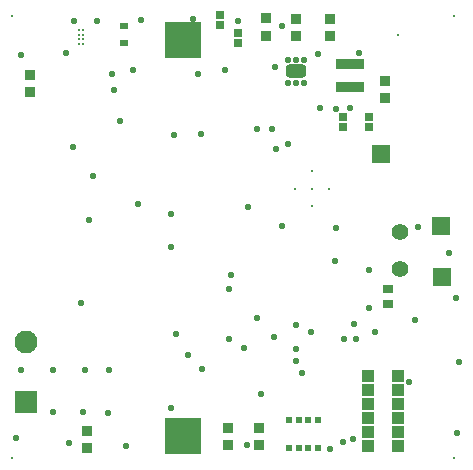
<source format=gbr>
%TF.GenerationSoftware,Altium Limited,Altium Designer,21.2.0 (30)*%
G04 Layer_Color=16711935*
%FSLAX45Y45*%
%MOMM*%
%TF.SameCoordinates,6E67B6D2-48A1-4C3A-8D5B-8FB38F647B41*%
%TF.FilePolarity,Negative*%
%TF.FileFunction,Soldermask,Bot*%
%TF.Part,Single*%
G01*
G75*
%TA.AperFunction,SMDPad,CuDef*%
%ADD20R,0.91213X0.95814*%
%TA.AperFunction,ViaPad*%
%ADD50C,0.30000*%
%TA.AperFunction,ConnectorPad*%
%ADD54R,0.91213X0.95814*%
%TA.AperFunction,SMDPad,CuDef*%
%ADD56R,0.80000X0.60000*%
%ADD59R,0.81213X0.75814*%
%ADD69R,2.40000X0.95000*%
G04:AMPARAMS|DCode=70|XSize=1.14mm|YSize=1.74mm|CornerRadius=0.32mm|HoleSize=0mm|Usage=FLASHONLY|Rotation=90.000|XOffset=0mm|YOffset=0mm|HoleType=Round|Shape=RoundedRectangle|*
%AMROUNDEDRECTD70*
21,1,1.14000,1.10000,0,0,90.0*
21,1,0.50000,1.74000,0,0,90.0*
1,1,0.64000,0.55000,0.25000*
1,1,0.64000,0.55000,-0.25000*
1,1,0.64000,-0.55000,-0.25000*
1,1,0.64000,-0.55000,0.25000*
%
%ADD70ROUNDEDRECTD70*%
G04:AMPARAMS|DCode=71|XSize=0.59mm|YSize=0.44mm|CornerRadius=0.145mm|HoleSize=0mm|Usage=FLASHONLY|Rotation=90.000|XOffset=0mm|YOffset=0mm|HoleType=Round|Shape=RoundedRectangle|*
%AMROUNDEDRECTD71*
21,1,0.59000,0.15000,0,0,90.0*
21,1,0.30000,0.44000,0,0,90.0*
1,1,0.29000,0.07500,0.15000*
1,1,0.29000,0.07500,-0.15000*
1,1,0.29000,-0.07500,-0.15000*
1,1,0.29000,-0.07500,0.15000*
%
%ADD71ROUNDEDRECTD71*%
%TA.AperFunction,ConnectorPad*%
%ADD72R,0.65000X0.70000*%
%TA.AperFunction,SMDPad,CuDef*%
%ADD73R,0.65000X0.70000*%
%TA.AperFunction,BGAPad,CuDef*%
%ADD74C,0.25000*%
%TA.AperFunction,SMDPad,CuDef*%
%ADD75R,1.10000X1.00000*%
%TA.AperFunction,BGAPad,CuDef*%
%ADD76R,0.50000X0.50000*%
%TA.AperFunction,SMDPad,CuDef*%
%ADD77R,3.10000X3.10000*%
%TA.AperFunction,ComponentPad*%
%ADD78R,1.60000X1.60000*%
%ADD79C,1.40000*%
%TA.AperFunction,ViaPad*%
%ADD80C,0.20400*%
%TA.AperFunction,ComponentPad*%
%ADD81C,1.95000*%
%ADD82R,1.95000X1.95000*%
%TA.AperFunction,ViaPad*%
%ADD83C,0.56000*%
D20*
X3280000Y3322699D02*
D03*
Y3177301D02*
D03*
X760000Y352699D02*
D03*
Y207301D02*
D03*
X280000Y3227301D02*
D03*
Y3372699D02*
D03*
D50*
X2665321Y2552555D02*
D03*
X2812821Y2405055D02*
D03*
X2517820D02*
D03*
X2665321Y2257555D02*
D03*
Y2405055D02*
D03*
X2583456Y3398959D02*
D03*
X2478456D02*
D03*
X3392602Y3703894D02*
D03*
D54*
X2272324Y3848374D02*
D03*
Y3702975D02*
D03*
X2220000Y382699D02*
D03*
Y237301D02*
D03*
X1958461D02*
D03*
Y382699D02*
D03*
X2530457Y3695431D02*
D03*
Y3840830D02*
D03*
X2822177Y3695431D02*
D03*
Y3840830D02*
D03*
D56*
X1070000Y3780000D02*
D03*
Y3640000D02*
D03*
D59*
X3309393Y1555733D02*
D03*
Y1430334D02*
D03*
D69*
X2986651Y3265479D02*
D03*
Y3460479D02*
D03*
D70*
X2530956Y3398959D02*
D03*
D71*
X2465956Y3496459D02*
D03*
X2530956D02*
D03*
X2595956D02*
D03*
X2465956Y3301459D02*
D03*
X2530956D02*
D03*
X2595956D02*
D03*
D72*
X1889175Y3790540D02*
D03*
Y3875540D02*
D03*
D73*
X2038097Y3640172D02*
D03*
Y3725172D02*
D03*
X2932051Y2925657D02*
D03*
Y3010657D02*
D03*
X3147118Y3011521D02*
D03*
Y2926521D02*
D03*
D74*
X690000Y3630000D02*
D03*
X730000D02*
D03*
X690000Y3670000D02*
D03*
X730000D02*
D03*
X690000Y3710000D02*
D03*
X730000D02*
D03*
X690000Y3750000D02*
D03*
X730000D02*
D03*
D75*
X3390899Y464366D02*
D03*
Y224366D02*
D03*
Y344366D02*
D03*
Y584366D02*
D03*
Y704366D02*
D03*
Y824366D02*
D03*
X3143300D02*
D03*
Y704366D02*
D03*
Y584366D02*
D03*
Y464366D02*
D03*
Y344366D02*
D03*
Y224366D02*
D03*
D76*
X2554115Y210983D02*
D03*
X2714115Y450983D02*
D03*
X2634115Y210983D02*
D03*
Y450983D02*
D03*
X2474115D02*
D03*
X2554115D02*
D03*
X2714115Y210983D02*
D03*
X2474115D02*
D03*
D77*
X1573317Y3661790D02*
D03*
Y308990D02*
D03*
D78*
X3250000Y2700000D02*
D03*
X3760804Y2091631D02*
D03*
X3765607Y1655607D02*
D03*
D79*
X3407500Y2040000D02*
D03*
Y1730000D02*
D03*
D80*
X3870000Y3870000D02*
D03*
X130000D02*
D03*
X3870000Y130000D02*
D03*
X130000D02*
D03*
D81*
X245851Y1107585D02*
D03*
D82*
Y599585D02*
D03*
D83*
X2409148Y2088629D02*
D03*
X2466375Y2782257D02*
D03*
X2120000Y2250000D02*
D03*
X2360000Y2740000D02*
D03*
X2870000Y3080000D02*
D03*
X2872500Y2075000D02*
D03*
X2114857Y237000D02*
D03*
X2200000Y1310000D02*
D03*
X3890000Y340000D02*
D03*
X3490000Y770000D02*
D03*
X1470000Y550000D02*
D03*
X940000Y510000D02*
D03*
X610000Y250000D02*
D03*
X470000Y520000D02*
D03*
X3560000Y2080000D02*
D03*
X3830000Y1860000D02*
D03*
X3010000Y290000D02*
D03*
X2580000Y850000D02*
D03*
X1960000Y1560000D02*
D03*
Y1130000D02*
D03*
X1736254Y878788D02*
D03*
X2230000Y670000D02*
D03*
X730000Y520000D02*
D03*
X1091506Y227674D02*
D03*
X740000Y870000D02*
D03*
X160000Y300000D02*
D03*
X470000Y870000D02*
D03*
X200000D02*
D03*
X1660000Y3840000D02*
D03*
X200000Y3540000D02*
D03*
X650000Y3830000D02*
D03*
X2532000Y1255242D02*
D03*
X2340000Y1150000D02*
D03*
X3150000Y1720000D02*
D03*
X2859377Y1790536D02*
D03*
X1698605Y3380589D02*
D03*
X1216779Y3831041D02*
D03*
X1150000Y3410000D02*
D03*
X990000Y3240000D02*
D03*
X3910000Y940000D02*
D03*
X3883275Y1480000D02*
D03*
X2990000Y3090000D02*
D03*
X2200000Y2910000D02*
D03*
X1930000Y3410000D02*
D03*
X2410000Y3780000D02*
D03*
X2720000Y3550000D02*
D03*
X3062788Y3558533D02*
D03*
X2730000Y3090000D02*
D03*
X1043506Y2983377D02*
D03*
X1730000Y2870000D02*
D03*
X1501676Y2863009D02*
D03*
X643463Y2760154D02*
D03*
X810000Y2510000D02*
D03*
X1470142Y2191662D02*
D03*
X1468911Y1909745D02*
D03*
X844321Y3825679D02*
D03*
X974961Y3373859D02*
D03*
X1980000Y1680000D02*
D03*
X1516929Y1172219D02*
D03*
X1190000Y2280000D02*
D03*
X780000Y2140000D02*
D03*
X710000Y1440000D02*
D03*
X2820000Y200714D02*
D03*
X947622Y868141D02*
D03*
X582500Y3555000D02*
D03*
X3149500Y1398000D02*
D03*
X2089308Y1059308D02*
D03*
X3541762Y1291760D02*
D03*
X2330000Y2910000D02*
D03*
X2930000Y260000D02*
D03*
X1617622Y998140D02*
D03*
X2350000Y3440000D02*
D03*
X2040000Y3830000D02*
D03*
X2530000Y1050000D02*
D03*
Y950000D02*
D03*
X3040000Y1130000D02*
D03*
X2940000D02*
D03*
X3020000Y1260000D02*
D03*
X3202500Y1192500D02*
D03*
X2661115Y1190000D02*
D03*
%TF.MD5,ed96cf1e5021df470b648c33a1df8e86*%
M02*

</source>
